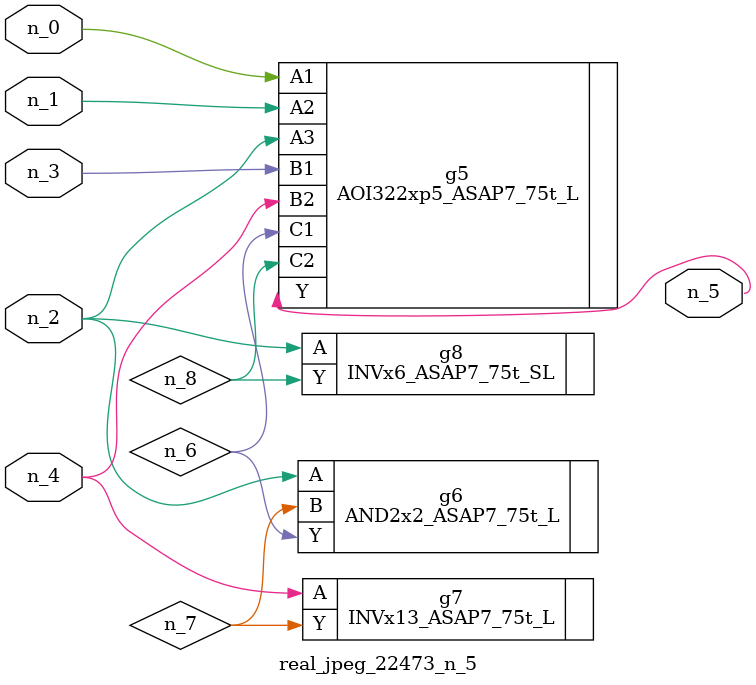
<source format=v>
module real_jpeg_22473_n_5 (n_4, n_0, n_1, n_2, n_3, n_5);

input n_4;
input n_0;
input n_1;
input n_2;
input n_3;

output n_5;

wire n_8;
wire n_6;
wire n_7;

AOI322xp5_ASAP7_75t_L g5 ( 
.A1(n_0),
.A2(n_1),
.A3(n_2),
.B1(n_3),
.B2(n_4),
.C1(n_6),
.C2(n_8),
.Y(n_5)
);

AND2x2_ASAP7_75t_L g6 ( 
.A(n_2),
.B(n_7),
.Y(n_6)
);

INVx6_ASAP7_75t_SL g8 ( 
.A(n_2),
.Y(n_8)
);

INVx13_ASAP7_75t_L g7 ( 
.A(n_4),
.Y(n_7)
);


endmodule
</source>
